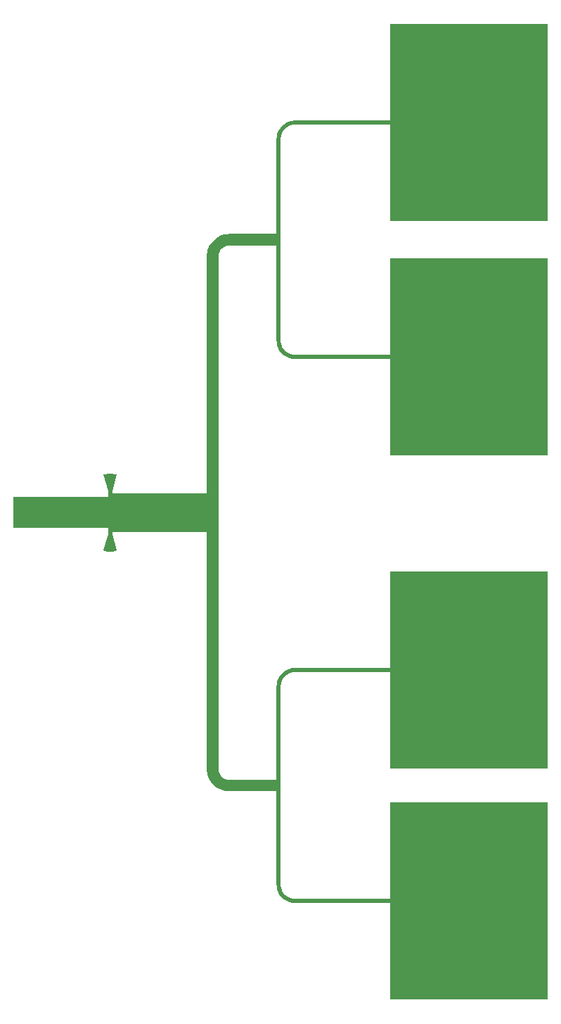
<source format=gbr>
G04 AWR Design Environment 17.01 *
G04 RS274-X Output Version 0.1 *
%FSLAX36Y36*%
%MOMM*%
%ADD10C,.010*%

%LPD*%
G36*
X49649200Y38389230D02*
G01*
X49649155D01*
X49649200Y38388200D01*
X49659429Y38153909D01*
X49690174Y37920380D01*
X49741155Y37690419D01*
X49811985Y37465776D01*
X49902124Y37248161D01*
X50010886Y37039230D01*
X50137444Y36840574D01*
X50280835Y36653703D01*
X50439967Y36480042D01*
X50613628Y36320910D01*
X50800499Y36177519D01*
X50999155Y36050961D01*
X51208086Y35942199D01*
X51425701Y35852060D01*
X51650344Y35781230D01*
X51880305Y35730249D01*
X52113834Y35699504D01*
X52349155Y35689230D01*
X58049155D01*
Y24489230D01*
X58058753Y24281626D01*
X58087466Y24075794D01*
X58135047Y23873488D01*
X58201092Y23676436D01*
X58285038Y23486319D01*
X58386166Y23304758D01*
X58503616Y23133302D01*
X58636385Y22973415D01*
X58783340Y22826460D01*
X58943227Y22693691D01*
X59114683Y22576241D01*
X59296244Y22475113D01*
X59486361Y22391167D01*
X59683413Y22325122D01*
X59885719Y22277541D01*
X60091551Y22248828D01*
X60299155Y22239230D01*
X71699155D01*
Y10627430D01*
X90698355D01*
Y34351030D01*
X71699155D01*
Y22739230D01*
X60299155D01*
X60137685Y22746695D01*
X59977593Y22769027D01*
X59820245Y22806035D01*
X59666982Y22857404D01*
X59519113Y22922694D01*
X59377899Y23001350D01*
X59244544Y23092700D01*
X59120188Y23195964D01*
X59005889Y23310263D01*
X58902625Y23434619D01*
X58811275Y23567974D01*
X58732619Y23709188D01*
X58667329Y23857057D01*
X58615960Y24010320D01*
X58578952Y24167668D01*
X58556620Y24327760D01*
X58549155Y24489230D01*
Y48289230D01*
X58548922D01*
X58556382Y48450595D01*
X58578714Y48610687D01*
X58615722Y48768035D01*
X58667091Y48921298D01*
X58732381Y49069167D01*
X58811037Y49210381D01*
X58902387Y49343736D01*
X59005651Y49468092D01*
X59119950Y49582391D01*
X59244306Y49685655D01*
X59377661Y49777005D01*
X59518875Y49855661D01*
X59666744Y49920951D01*
X59820007Y49972320D01*
X59977355Y50009328D01*
X60137447Y50031660D01*
X60298917Y50039125D01*
X71698917D01*
Y38427325D01*
X90698117D01*
Y62150925D01*
X71698917D01*
Y50539125D01*
X60298917D01*
X60091313Y50529527D01*
X59885481Y50500814D01*
X59683175Y50453233D01*
X59486123Y50387188D01*
X59296006Y50303242D01*
X59114445Y50202114D01*
X58942989Y50084664D01*
X58783102Y49951895D01*
X58636147Y49804940D01*
X58503378Y49645053D01*
X58385928Y49473597D01*
X58284800Y49292036D01*
X58200854Y49101919D01*
X58134809Y48904867D01*
X58087228Y48702561D01*
X58058515Y48496729D01*
X58048917Y48289125D01*
X58049155D01*
Y37089230D01*
X52349155D01*
X52123412Y37108980D01*
X51904529Y37167630D01*
X51699155Y37263397D01*
X51513531Y37393372D01*
X51353297Y37553606D01*
X51223322Y37739230D01*
X51127555Y37944604D01*
X51068905Y38163487D01*
X51049200Y38388716D01*
Y100038200D01*
X51068950Y100263943D01*
X51127600Y100482826D01*
X51223367Y100688200D01*
X51353342Y100873824D01*
X51513576Y101034058D01*
X51699200Y101164033D01*
X51904574Y101259800D01*
X52123457Y101318450D01*
X52349200Y101338200D01*
X58049200D01*
Y89938200D01*
X58049402D01*
X58059000Y89730596D01*
X58087713Y89524764D01*
X58135294Y89322458D01*
X58201339Y89125406D01*
X58285285Y88935289D01*
X58386413Y88753728D01*
X58503863Y88582272D01*
X58636632Y88422385D01*
X58783587Y88275430D01*
X58943474Y88142661D01*
X59114930Y88025211D01*
X59296491Y87924083D01*
X59486608Y87840137D01*
X59683660Y87774092D01*
X59885966Y87726511D01*
X60091798Y87697798D01*
X60299402Y87688200D01*
X71699402D01*
Y76076400D01*
X90698602D01*
Y99800000D01*
X71699402D01*
Y88188200D01*
X60299402D01*
X60137932Y88195665D01*
X59977840Y88217997D01*
X59820492Y88255005D01*
X59667229Y88306374D01*
X59519360Y88371664D01*
X59378146Y88450320D01*
X59244791Y88541670D01*
X59120435Y88644934D01*
X59006136Y88759233D01*
X58902872Y88883589D01*
X58811522Y89016944D01*
X58732866Y89158158D01*
X58667576Y89306027D01*
X58616207Y89459290D01*
X58579199Y89616638D01*
X58556867Y89776730D01*
X58549402Y89938200D01*
X58549200D01*
Y114138200D01*
X58556665Y114299670D01*
X58578997Y114459762D01*
X58616005Y114617110D01*
X58667374Y114770373D01*
X58732664Y114918242D01*
X58811320Y115059456D01*
X58902670Y115192811D01*
X59005934Y115317167D01*
X59120233Y115431466D01*
X59244589Y115534730D01*
X59377944Y115626080D01*
X59519158Y115704736D01*
X59667027Y115770026D01*
X59820290Y115821395D01*
X59977638Y115858403D01*
X60137730Y115880735D01*
X60299200Y115888200D01*
X71699200D01*
Y104276400D01*
X90698400D01*
Y128000000D01*
X71699200D01*
Y116388200D01*
X60299200D01*
X60091596Y116378602D01*
X59885764Y116349889D01*
X59683458Y116302308D01*
X59486406Y116236263D01*
X59296289Y116152317D01*
X59114728Y116051189D01*
X58943272Y115933739D01*
X58783385Y115800970D01*
X58636430Y115654015D01*
X58503661Y115494128D01*
X58386211Y115322672D01*
X58285083Y115141111D01*
X58201137Y114950994D01*
X58135092Y114753942D01*
X58087511Y114551636D01*
X58058798Y114345804D01*
X58049200Y114138200D01*
Y102738200D01*
X52349200D01*
X52113879Y102727926D01*
X51880350Y102697181D01*
X51650389Y102646200D01*
X51425746Y102575370D01*
X51208131Y102485231D01*
X50999200Y102376469D01*
X50800544Y102249911D01*
X50613673Y102106520D01*
X50440012Y101947388D01*
X50280880Y101773727D01*
X50137489Y101586856D01*
X50010931Y101388200D01*
X49902169Y101179269D01*
X49812030Y100961654D01*
X49741200Y100737011D01*
X49690219Y100507050D01*
X49659474Y100273521D01*
X49649200Y100038200D01*
Y71538200D01*
X38249200D01*
Y71788200D01*
X38785266Y73788826D01*
X38526591Y73846173D01*
X38263903Y73880756D01*
X37999200Y73892313D01*
X37734497Y73880756D01*
X37471809Y73846173D01*
X37213134Y73788826D01*
X37749200Y71788200D01*
Y71068200D01*
X26349200D01*
Y67358200D01*
X37749200D01*
Y66638200D01*
X37213134Y64637574D01*
X37471809Y64580227D01*
X37734497Y64545644D01*
X37999200Y64534087D01*
X38263903Y64545644D01*
X38526591Y64580227D01*
X38785266Y64637574D01*
X38249200Y66638200D01*
Y66888200D01*
X49649200D01*
Y38389230D01*
G37*
G04 End of Data *
M02*

</source>
